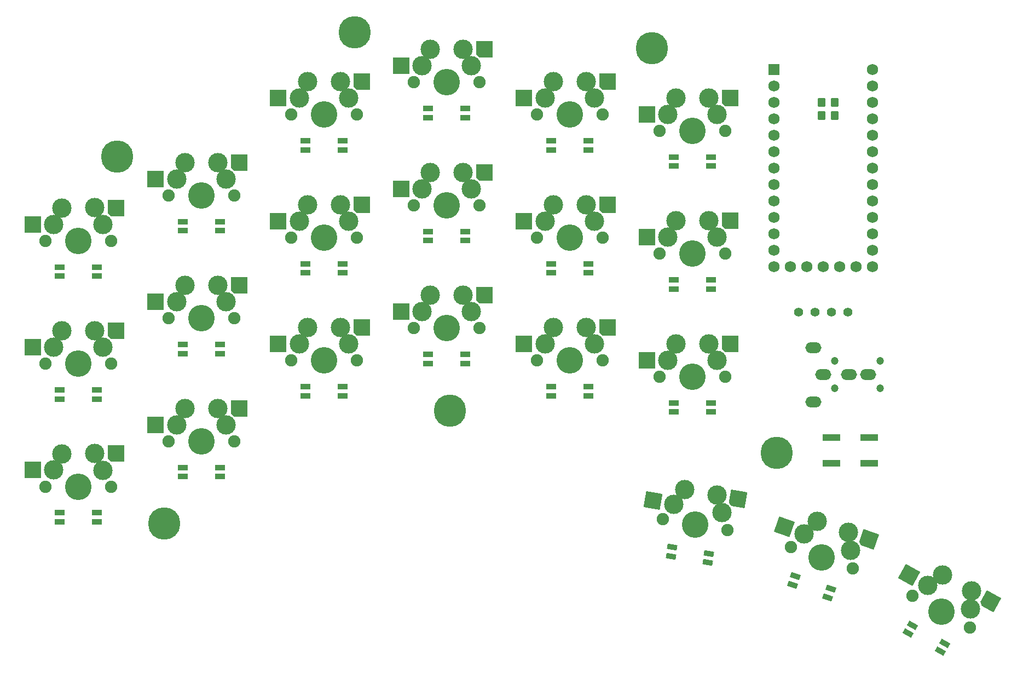
<source format=gbs>
G04 #@! TF.GenerationSoftware,KiCad,Pcbnew,8.0.1*
G04 #@! TF.CreationDate,2024-05-31T00:09:47+02:00*
G04 #@! TF.ProjectId,cornia,636f726e-6961-42e6-9b69-6361645f7063,rev?*
G04 #@! TF.SameCoordinates,Original*
G04 #@! TF.FileFunction,Soldermask,Bot*
G04 #@! TF.FilePolarity,Negative*
%FSLAX46Y46*%
G04 Gerber Fmt 4.6, Leading zero omitted, Abs format (unit mm)*
G04 Created by KiCad (PCBNEW 8.0.1) date 2024-05-31 00:09:47*
%MOMM*%
%LPD*%
G01*
G04 APERTURE LIST*
G04 Aperture macros list*
%AMRoundRect*
0 Rectangle with rounded corners*
0 $1 Rounding radius*
0 $2 $3 $4 $5 $6 $7 $8 $9 X,Y pos of 4 corners*
0 Add a 4 corners polygon primitive as box body*
4,1,4,$2,$3,$4,$5,$6,$7,$8,$9,$2,$3,0*
0 Add four circle primitives for the rounded corners*
1,1,$1+$1,$2,$3*
1,1,$1+$1,$4,$5*
1,1,$1+$1,$6,$7*
1,1,$1+$1,$8,$9*
0 Add four rect primitives between the rounded corners*
20,1,$1+$1,$2,$3,$4,$5,0*
20,1,$1+$1,$4,$5,$6,$7,0*
20,1,$1+$1,$6,$7,$8,$9,0*
20,1,$1+$1,$8,$9,$2,$3,0*%
%AMRotRect*
0 Rectangle, with rotation*
0 The origin of the aperture is its center*
0 $1 length*
0 $2 width*
0 $3 Rotation angle, in degrees counterclockwise*
0 Add horizontal line*
21,1,$1,$2,0,0,$3*%
%AMOutline5P*
0 Free polygon, 5 corners , with rotation*
0 The origin of the aperture is its center*
0 number of corners: always 5*
0 $1 to $10 corner X, Y*
0 $11 Rotation angle, in degrees counterclockwise*
0 create outline with 5 corners*
4,1,5,$1,$2,$3,$4,$5,$6,$7,$8,$9,$10,$1,$2,$11*%
%AMOutline6P*
0 Free polygon, 6 corners , with rotation*
0 The origin of the aperture is its center*
0 number of corners: always 6*
0 $1 to $12 corner X, Y*
0 $13 Rotation angle, in degrees counterclockwise*
0 create outline with 6 corners*
4,1,6,$1,$2,$3,$4,$5,$6,$7,$8,$9,$10,$11,$12,$1,$2,$13*%
%AMOutline7P*
0 Free polygon, 7 corners , with rotation*
0 The origin of the aperture is its center*
0 number of corners: always 7*
0 $1 to $14 corner X, Y*
0 $15 Rotation angle, in degrees counterclockwise*
0 create outline with 7 corners*
4,1,7,$1,$2,$3,$4,$5,$6,$7,$8,$9,$10,$11,$12,$13,$14,$1,$2,$15*%
%AMOutline8P*
0 Free polygon, 8 corners , with rotation*
0 The origin of the aperture is its center*
0 number of corners: always 8*
0 $1 to $16 corner X, Y*
0 $17 Rotation angle, in degrees counterclockwise*
0 create outline with 8 corners*
4,1,8,$1,$2,$3,$4,$5,$6,$7,$8,$9,$10,$11,$12,$13,$14,$15,$16,$1,$2,$17*%
G04 Aperture macros list end*
%ADD10C,1.900000*%
%ADD11C,3.000000*%
%ADD12C,4.100000*%
%ADD13Outline5P,-1.275000X1.250000X0.825000X1.250000X1.275000X0.800000X1.275000X-1.250000X-1.275000X-1.250000X180.000000*%
%ADD14R,2.550000X2.500000*%
%ADD15R,1.540000X0.825000*%
%ADD16R,1.540000X0.822500*%
%ADD17RotRect,1.540000X0.825000X330.970000*%
%ADD18RotRect,1.540000X0.822500X330.970000*%
%ADD19Outline5P,-1.275000X1.250000X0.825000X1.250000X1.275000X0.800000X1.275000X-1.250000X-1.275000X-1.250000X150.970000*%
%ADD20RotRect,2.550000X2.500000X150.970000*%
%ADD21C,5.000000*%
%ADD22RotRect,1.540000X0.825000X350.170000*%
%ADD23RotRect,1.540000X0.822500X350.170000*%
%ADD24Outline5P,-1.275000X1.250000X0.825000X1.250000X1.275000X0.800000X1.275000X-1.250000X-1.275000X-1.250000X160.570000*%
%ADD25RotRect,2.550000X2.500000X160.570000*%
%ADD26C,1.400000*%
%ADD27C,1.200000*%
%ADD28O,2.500000X1.700000*%
%ADD29RotRect,1.540000X0.825000X340.570000*%
%ADD30RotRect,1.540000X0.822500X340.570000*%
%ADD31Outline5P,-1.275000X1.250000X0.825000X1.250000X1.275000X0.800000X1.275000X-1.250000X-1.275000X-1.250000X170.171000*%
%ADD32RotRect,2.550000X2.500000X170.171000*%
%ADD33R,1.752600X1.752600*%
%ADD34C,1.752600*%
%ADD35RoundRect,0.250000X0.350000X0.450000X-0.350000X0.450000X-0.350000X-0.450000X0.350000X-0.450000X0*%
%ADD36R,2.800000X1.000000*%
G04 APERTURE END LIST*
D10*
X25088600Y-92688750D03*
D11*
X26368600Y-90138750D03*
X27628600Y-87608750D03*
D12*
X30168600Y-92688750D03*
D11*
X32710912Y-87588750D03*
X33978600Y-90148750D03*
D10*
X35248600Y-92688750D03*
D13*
X36020600Y-87598750D03*
D14*
X23093600Y-90138750D03*
D10*
X120088600Y-75688750D03*
D11*
X121368600Y-73138750D03*
X122628600Y-70608750D03*
D12*
X125168600Y-75688750D03*
D11*
X127710912Y-70588750D03*
X128978600Y-73148750D03*
D10*
X130248600Y-75688750D03*
D13*
X131020600Y-70598750D03*
D14*
X118093600Y-73138750D03*
D15*
X27288600Y-77738750D03*
X27288600Y-79138750D03*
D16*
X33048600Y-79140000D03*
D15*
X33048600Y-77738750D03*
D10*
X25088600Y-73688750D03*
D11*
X26368600Y-71138750D03*
X27628600Y-68608750D03*
D12*
X30168600Y-73688750D03*
D11*
X32710912Y-68588750D03*
X33978600Y-71148750D03*
D10*
X35248600Y-73688750D03*
D13*
X36020600Y-68598750D03*
D14*
X23093600Y-71138750D03*
D17*
X159155093Y-114142361D03*
X158475718Y-115366473D03*
D18*
X163511458Y-118162706D03*
D17*
X164191440Y-116937501D03*
D15*
X46288600Y-51738750D03*
X46288600Y-53138750D03*
D16*
X52048600Y-53140000D03*
D15*
X52048600Y-51738750D03*
D10*
X159196822Y-109533591D03*
D11*
X161553442Y-107925101D03*
X163882870Y-106324393D03*
D12*
X163638600Y-111998750D03*
D11*
X168336375Y-108773186D03*
X168202513Y-111626730D03*
D10*
X168080378Y-114463909D03*
D19*
X171225400Y-110388014D03*
D20*
X158689895Y-106335850D03*
D21*
X87668600Y-80938750D03*
D15*
X103288600Y-77238750D03*
X103288600Y-78638750D03*
D16*
X109048600Y-78640000D03*
D15*
X109048600Y-77238750D03*
D21*
X72918600Y-22438750D03*
D15*
X84288600Y-72238750D03*
X84288600Y-73638750D03*
D16*
X90048600Y-73640000D03*
D15*
X90048600Y-72238750D03*
X122288600Y-41738750D03*
X122288600Y-43138750D03*
D16*
X128048600Y-43140000D03*
D15*
X128048600Y-41738750D03*
D21*
X138168600Y-87438750D03*
D22*
X122049444Y-102077602D03*
X121810429Y-103457048D03*
D23*
X127485650Y-104441658D03*
D22*
X127724879Y-103060980D03*
D10*
X82088600Y-30188750D03*
D11*
X83368600Y-27638750D03*
X84628600Y-25108750D03*
D12*
X87168600Y-30188750D03*
D11*
X89710912Y-25088750D03*
X90978600Y-27648750D03*
D10*
X92248600Y-30188750D03*
D13*
X93020600Y-25098750D03*
D14*
X80093600Y-27638750D03*
D15*
X65288600Y-58238750D03*
X65288600Y-59638750D03*
D16*
X71048600Y-59640000D03*
D15*
X71048600Y-58238750D03*
D10*
X140377913Y-101998863D03*
D11*
X142433285Y-100019887D03*
X144463144Y-98053119D03*
D12*
X145168600Y-103688750D03*
D11*
X149262664Y-99724915D03*
X149606559Y-102560822D03*
D10*
X149959287Y-105378637D03*
D24*
X152380534Y-100835329D03*
D25*
X139344801Y-98930442D03*
D10*
X63088600Y-35188750D03*
D11*
X64368600Y-32638750D03*
X65628600Y-30108750D03*
D12*
X68168600Y-35188750D03*
D11*
X70710912Y-30088750D03*
X71978600Y-32648750D03*
D10*
X73248600Y-35188750D03*
D13*
X74020600Y-30098750D03*
D14*
X61093600Y-32638750D03*
D10*
X82088600Y-68188750D03*
D11*
X83368600Y-65638750D03*
X84628600Y-63108750D03*
D12*
X87168600Y-68188750D03*
D11*
X89710912Y-63088750D03*
X90978600Y-65648750D03*
D10*
X92248600Y-68188750D03*
D13*
X93020600Y-63098750D03*
D14*
X80093600Y-65638750D03*
D26*
X141588600Y-65708750D03*
X144128600Y-65708750D03*
X146668600Y-65708750D03*
X149208600Y-65708750D03*
D21*
X36168600Y-41688750D03*
D10*
X44088600Y-85688750D03*
D11*
X45368600Y-83138750D03*
X46628600Y-80608750D03*
D12*
X49168600Y-85688750D03*
D11*
X51710912Y-80588750D03*
X52978600Y-83148750D03*
D10*
X54248600Y-85688750D03*
D13*
X55020600Y-80598750D03*
D14*
X42093600Y-83138750D03*
D27*
X154168600Y-73288750D03*
X147168600Y-73288750D03*
X154168600Y-77488750D03*
X147168600Y-77488750D03*
D28*
X145368600Y-75388750D03*
X149368600Y-75388750D03*
X152368600Y-75388750D03*
X143868600Y-71188750D03*
X143868600Y-79588750D03*
D15*
X84288600Y-53238750D03*
X84288600Y-54638750D03*
D16*
X90048600Y-54640000D03*
D15*
X90048600Y-53238750D03*
D10*
X120088600Y-37688750D03*
D11*
X121368600Y-35138750D03*
X122628600Y-32608750D03*
D12*
X125168600Y-37688750D03*
D11*
X127710912Y-32588750D03*
X128978600Y-35148750D03*
D10*
X130248600Y-37688750D03*
D13*
X131020600Y-32598750D03*
D14*
X118093600Y-35138750D03*
D15*
X122288600Y-79738750D03*
X122288600Y-81138750D03*
D16*
X128048600Y-81140000D03*
D15*
X128048600Y-79738750D03*
D29*
X141105367Y-106550051D03*
X140639651Y-107870319D03*
D30*
X146071195Y-109787590D03*
D29*
X146537327Y-108466143D03*
D15*
X65288600Y-77238750D03*
X65288600Y-78638750D03*
D16*
X71048600Y-78640000D03*
D15*
X71048600Y-77238750D03*
D10*
X63088600Y-54188750D03*
D11*
X64368600Y-51638750D03*
X65628600Y-49108750D03*
D12*
X68168600Y-54188750D03*
D11*
X70710912Y-49088750D03*
X71978600Y-51648750D03*
D10*
X73248600Y-54188750D03*
D13*
X74020600Y-49098750D03*
D14*
X61093600Y-51638750D03*
D10*
X101088600Y-73188750D03*
D11*
X102368600Y-70638750D03*
X103628600Y-68108750D03*
D12*
X106168600Y-73188750D03*
D11*
X108710912Y-68088750D03*
X109978600Y-70648750D03*
D10*
X111248600Y-73188750D03*
D13*
X112020600Y-68098750D03*
D14*
X99093600Y-70638750D03*
D15*
X65288600Y-39238750D03*
X65288600Y-40638750D03*
D16*
X71048600Y-40640000D03*
D15*
X71048600Y-39238750D03*
D10*
X101088600Y-35188750D03*
D11*
X102368600Y-32638750D03*
X103628600Y-30108750D03*
D12*
X106168600Y-35188750D03*
D11*
X108710912Y-30088750D03*
X109978600Y-32648750D03*
D10*
X111248600Y-35188750D03*
D13*
X112020600Y-30098750D03*
D14*
X99093600Y-32638750D03*
D10*
X120573166Y-97711552D03*
D11*
X122269684Y-95417489D03*
X123943081Y-93139717D03*
D12*
X125578600Y-98578750D03*
D11*
X128954207Y-93987603D03*
X129766274Y-96726431D03*
D10*
X130584034Y-99445948D03*
D31*
X132213607Y-94562448D03*
D32*
X119042756Y-94858419D03*
D10*
X120088600Y-56688750D03*
D11*
X121368600Y-54138750D03*
X122628600Y-51608750D03*
D12*
X125168600Y-56688750D03*
D11*
X127710912Y-51588750D03*
X128978600Y-54148750D03*
D10*
X130248600Y-56688750D03*
D13*
X131020600Y-51598750D03*
D14*
X118093600Y-54138750D03*
D10*
X25088600Y-54688750D03*
D11*
X26368600Y-52138750D03*
X27628600Y-49608750D03*
D12*
X30168600Y-54688750D03*
D11*
X32710912Y-49588750D03*
X33978600Y-52148750D03*
D10*
X35248600Y-54688750D03*
D13*
X36020600Y-49598750D03*
D14*
X23093600Y-52138750D03*
D15*
X103288600Y-58238750D03*
X103288600Y-59638750D03*
D16*
X109048600Y-59640000D03*
D15*
X109048600Y-58238750D03*
D21*
X43418600Y-98438750D03*
D10*
X44088600Y-66688750D03*
D11*
X45368600Y-64138750D03*
X46628600Y-61608750D03*
D12*
X49168600Y-66688750D03*
D11*
X51710912Y-61588750D03*
X52978600Y-64148750D03*
D10*
X54248600Y-66688750D03*
D13*
X55020600Y-61598750D03*
D14*
X42093600Y-64138750D03*
D15*
X103288600Y-39238750D03*
X103288600Y-40638750D03*
D16*
X109048600Y-40640000D03*
D15*
X109048600Y-39238750D03*
X122288600Y-60738750D03*
X122288600Y-62138750D03*
D16*
X128048600Y-62140000D03*
D15*
X128048600Y-60738750D03*
D10*
X44088600Y-47688750D03*
D11*
X45368600Y-45138750D03*
X46628600Y-42608750D03*
D12*
X49168600Y-47688750D03*
D11*
X51710912Y-42588750D03*
X52978600Y-45148750D03*
D10*
X54248600Y-47688750D03*
D13*
X55020600Y-42598750D03*
D14*
X42093600Y-45138750D03*
D15*
X27288600Y-96738750D03*
X27288600Y-98138750D03*
D16*
X33048600Y-98140000D03*
D15*
X33048600Y-96738750D03*
X46288600Y-89738750D03*
X46288600Y-91138750D03*
D16*
X52048600Y-91140000D03*
D15*
X52048600Y-89738750D03*
X46288600Y-70738750D03*
X46288600Y-72138750D03*
D16*
X52048600Y-72140000D03*
D15*
X52048600Y-70738750D03*
D21*
X118918600Y-24938750D03*
D10*
X63088600Y-73188750D03*
D11*
X64368600Y-70638750D03*
X65628600Y-68108750D03*
D12*
X68168600Y-73188750D03*
D11*
X70710912Y-68088750D03*
X71978600Y-70648750D03*
D10*
X73248600Y-73188750D03*
D13*
X74020600Y-68098750D03*
D14*
X61093600Y-70638750D03*
D15*
X27288600Y-58738750D03*
X27288600Y-60138750D03*
D16*
X33048600Y-60140000D03*
D15*
X33048600Y-58738750D03*
D33*
X137798600Y-28198650D03*
D34*
X137798600Y-30738750D03*
X137798600Y-33278750D03*
X137798600Y-35818750D03*
X137798600Y-38358750D03*
X137798600Y-40898750D03*
X137798600Y-43438750D03*
X137798600Y-45978750D03*
X137798600Y-48518750D03*
X137798600Y-51058750D03*
X137798600Y-53598750D03*
X137798600Y-56138750D03*
X137798200Y-58678750D03*
X140338600Y-58678750D03*
X142878600Y-58678750D03*
X145418600Y-58678750D03*
X147958600Y-58678750D03*
X150498600Y-58678750D03*
X153038600Y-58678750D03*
X153038600Y-56138750D03*
X153038600Y-53598750D03*
X153038600Y-51058750D03*
X153038600Y-48518750D03*
X153038600Y-45978750D03*
X153038600Y-43438750D03*
X153038600Y-40898750D03*
X153038600Y-38358750D03*
X153038600Y-35818750D03*
X153038600Y-33278750D03*
X153038600Y-30738750D03*
X153038600Y-28198650D03*
D10*
X101088600Y-54188750D03*
D11*
X102368600Y-51638750D03*
X103628600Y-49108750D03*
D12*
X106168600Y-54188750D03*
D11*
X108710912Y-49088750D03*
X109978600Y-51648750D03*
D10*
X111248600Y-54188750D03*
D13*
X112020600Y-49098750D03*
D14*
X99093600Y-51638750D03*
D15*
X84288600Y-34238750D03*
X84288600Y-35638750D03*
D16*
X90048600Y-35640000D03*
D15*
X90048600Y-34238750D03*
D10*
X82088600Y-49188750D03*
D11*
X83368600Y-46638750D03*
X84628600Y-44108750D03*
D12*
X87168600Y-49188750D03*
D11*
X89710912Y-44088750D03*
X90978600Y-46648750D03*
D10*
X92248600Y-49188750D03*
D13*
X93020600Y-44098750D03*
D14*
X80093600Y-46638750D03*
D35*
X147168600Y-35288750D03*
X145168600Y-35288750D03*
X147168600Y-33288750D03*
X145168600Y-33288750D03*
D36*
X146668600Y-89088750D03*
X152468600Y-89088750D03*
X146668600Y-85088750D03*
X152468600Y-85088750D03*
M02*

</source>
